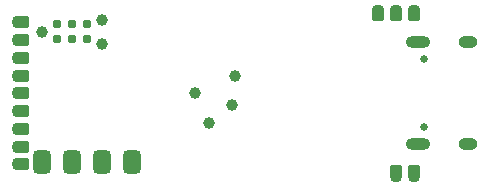
<source format=gbr>
%TF.GenerationSoftware,KiCad,Pcbnew,8.0.3*%
%TF.CreationDate,2024-06-14T23:01:07+10:00*%
%TF.ProjectId,rs-probe,72732d70-726f-4626-952e-6b696361645f,rev?*%
%TF.SameCoordinates,Original*%
%TF.FileFunction,Soldermask,Bot*%
%TF.FilePolarity,Negative*%
%FSLAX46Y46*%
G04 Gerber Fmt 4.6, Leading zero omitted, Abs format (unit mm)*
G04 Created by KiCad (PCBNEW 8.0.3) date 2024-06-14 23:01:07*
%MOMM*%
%LPD*%
G01*
G04 APERTURE LIST*
G04 Aperture macros list*
%AMRoundRect*
0 Rectangle with rounded corners*
0 $1 Rounding radius*
0 $2 $3 $4 $5 $6 $7 $8 $9 X,Y pos of 4 corners*
0 Add a 4 corners polygon primitive as box body*
4,1,4,$2,$3,$4,$5,$6,$7,$8,$9,$2,$3,0*
0 Add four circle primitives for the rounded corners*
1,1,$1+$1,$2,$3*
1,1,$1+$1,$4,$5*
1,1,$1+$1,$6,$7*
1,1,$1+$1,$8,$9*
0 Add four rect primitives between the rounded corners*
20,1,$1+$1,$2,$3,$4,$5,0*
20,1,$1+$1,$4,$5,$6,$7,0*
20,1,$1+$1,$6,$7,$8,$9,0*
20,1,$1+$1,$8,$9,$2,$3,0*%
G04 Aperture macros list end*
%ADD10C,0.650000*%
%ADD11O,2.100000X1.000000*%
%ADD12O,1.600000X1.000000*%
%ADD13RoundRect,0.275000X0.325000X0.275000X-0.325000X0.275000X-0.325000X-0.275000X0.325000X-0.275000X0*%
%ADD14C,1.100000*%
%ADD15RoundRect,0.275000X0.275000X-0.325000X0.275000X0.325000X-0.275000X0.325000X-0.275000X-0.325000X0*%
%ADD16RoundRect,0.275000X-0.275000X0.325000X-0.275000X-0.325000X0.275000X-0.325000X0.275000X0.325000X0*%
%ADD17C,0.990600*%
%ADD18C,0.787400*%
%ADD19C,1.000000*%
%ADD20RoundRect,0.375000X0.375000X0.625000X-0.375000X0.625000X-0.375000X-0.625000X0.375000X-0.625000X0*%
G04 APERTURE END LIST*
D10*
%TO.C,J1*%
X34400000Y4110000D03*
X34400000Y9890000D03*
D11*
X33870000Y2680000D03*
D12*
X38050000Y2680000D03*
D11*
X33870000Y11320000D03*
D12*
X38050000Y11320000D03*
%TD*%
D13*
%TO.C,J2*%
X300000Y1000000D03*
D14*
X0Y1000000D03*
D13*
X308000Y2500000D03*
D14*
X0Y2500000D03*
D13*
X308000Y4000000D03*
D14*
X0Y4000000D03*
D13*
X308000Y5500000D03*
D14*
X0Y5500000D03*
D13*
X308000Y7000000D03*
D14*
X0Y7000000D03*
D13*
X308000Y8500000D03*
D14*
X0Y8500000D03*
D13*
X308000Y10000000D03*
D14*
X0Y10000000D03*
D13*
X308000Y11500000D03*
D14*
X0Y11500000D03*
D13*
X308000Y13000000D03*
D14*
X0Y13000000D03*
%TD*%
D15*
%TO.C,J4*%
X30500000Y13700000D03*
D14*
X30500000Y14000000D03*
D15*
X32000000Y13692000D03*
D14*
X32000000Y14000000D03*
D15*
X33500000Y13692000D03*
D14*
X33500000Y14000000D03*
%TD*%
D16*
%TO.C,J3*%
X33500000Y300000D03*
D14*
X33500000Y0D03*
D16*
X32000000Y308000D03*
D14*
X32000000Y0D03*
%TD*%
D17*
%TO.C,J5*%
X2060000Y12200000D03*
X7140000Y13216000D03*
X7140000Y11184000D03*
D18*
X3330000Y12835000D03*
X3330000Y11565000D03*
X4600000Y12835000D03*
X4600000Y11565000D03*
X5870000Y12835000D03*
X5870000Y11565000D03*
%TD*%
D19*
%TO.C,TP1*%
X15000000Y7000000D03*
%TD*%
%TO.C,TP3*%
X18100000Y6000000D03*
%TD*%
%TO.C,TP4*%
X18400000Y8500000D03*
%TD*%
%TO.C,TP2*%
X16200000Y4500000D03*
%TD*%
D20*
%TO.C,J8*%
X9600000Y1200000D03*
%TD*%
%TO.C,J7*%
X4560000Y1200000D03*
%TD*%
%TO.C,J6*%
X2050000Y1200000D03*
%TD*%
%TO.C,J9*%
X7100000Y1200000D03*
%TD*%
M02*

</source>
